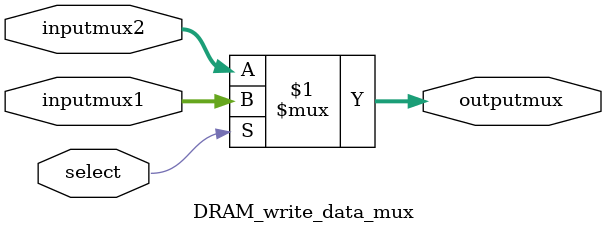
<source format=v>
module DRAM_write_data_mux(output wire [7:0] outputmux,
									input wire [7:0] inputmux1,
									input wire [7:0] inputmux2,
									input wire select);
													 
assign outputmux = select ? inputmux1:inputmux2;

endmodule
</source>
